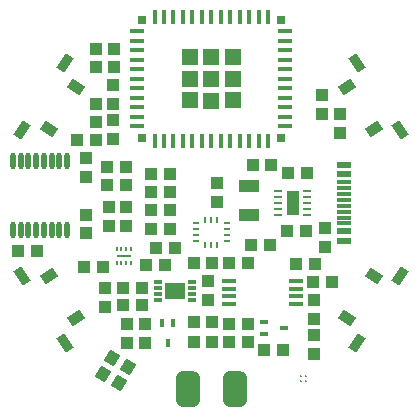
<source format=gbr>
%TF.GenerationSoftware,Altium Limited,Altium Designer,22.4.2 (48)*%
G04 Layer_Color=8421504*
%FSLAX26Y26*%
%MOIN*%
%TF.SameCoordinates,EEB37D52-3F05-4F2D-94FA-AFEEE7D9EDB4*%
%TF.FilePolarity,Positive*%
%TF.FileFunction,Paste,Top*%
%TF.Part,Single*%
G01*
G75*
%TA.AperFunction,SMDPad,CuDef*%
%ADD10R,0.031496X0.031496*%
%TA.AperFunction,ConnectorPad*%
%ADD12R,0.047244X0.017716*%
%ADD13R,0.017716X0.047244*%
%TA.AperFunction,SMDPad,CuDef*%
G04:AMPARAMS|DCode=14|XSize=43.307mil|YSize=39.37mil|CornerRadius=2.953mil|HoleSize=0mil|Usage=FLASHONLY|Rotation=180.000|XOffset=0mil|YOffset=0mil|HoleType=Round|Shape=RoundedRectangle|*
%AMROUNDEDRECTD14*
21,1,0.043307,0.033465,0,0,180.0*
21,1,0.037401,0.039370,0,0,180.0*
1,1,0.005906,-0.018701,0.016732*
1,1,0.005906,0.018701,0.016732*
1,1,0.005906,0.018701,-0.016732*
1,1,0.005906,-0.018701,-0.016732*
%
%ADD14ROUNDEDRECTD14*%
%ADD15R,0.031496X0.009842*%
%ADD16R,0.041339X0.084646*%
%ADD17R,0.051181X0.007874*%
%ADD18R,0.007874X0.015748*%
G04:AMPARAMS|DCode=19|XSize=15.748mil|YSize=47.244mil|CornerRadius=1.968mil|HoleSize=0mil|Usage=FLASHONLY|Rotation=90.000|XOffset=0mil|YOffset=0mil|HoleType=Round|Shape=RoundedRectangle|*
%AMROUNDEDRECTD19*
21,1,0.015748,0.043307,0,0,90.0*
21,1,0.011811,0.047244,0,0,90.0*
1,1,0.003937,0.021654,0.005906*
1,1,0.003937,0.021654,-0.005906*
1,1,0.003937,-0.021654,-0.005906*
1,1,0.003937,-0.021654,0.005906*
%
%ADD19ROUNDEDRECTD19*%
G04:AMPARAMS|DCode=20|XSize=43.307mil|YSize=39.37mil|CornerRadius=2.953mil|HoleSize=0mil|Usage=FLASHONLY|Rotation=90.000|XOffset=0mil|YOffset=0mil|HoleType=Round|Shape=RoundedRectangle|*
%AMROUNDEDRECTD20*
21,1,0.043307,0.033465,0,0,90.0*
21,1,0.037401,0.039370,0,0,90.0*
1,1,0.005906,0.016732,0.018701*
1,1,0.005906,0.016732,-0.018701*
1,1,0.005906,-0.016732,-0.018701*
1,1,0.005906,-0.016732,0.018701*
%
%ADD20ROUNDEDRECTD20*%
%ADD21O,0.017716X0.055118*%
G04:AMPARAMS|DCode=22|XSize=78.74mil|YSize=118.11mil|CornerRadius=19.685mil|HoleSize=0mil|Usage=FLASHONLY|Rotation=0.000|XOffset=0mil|YOffset=0mil|HoleType=Round|Shape=RoundedRectangle|*
%AMROUNDEDRECTD22*
21,1,0.078740,0.078740,0,0,0.0*
21,1,0.039370,0.118110,0,0,0.0*
1,1,0.039370,0.019685,-0.039370*
1,1,0.039370,-0.019685,-0.039370*
1,1,0.039370,-0.019685,0.039370*
1,1,0.039370,0.019685,0.039370*
%
%ADD22ROUNDEDRECTD22*%
G04:AMPARAMS|DCode=23|XSize=43.307mil|YSize=39.37mil|CornerRadius=3.937mil|HoleSize=0mil|Usage=FLASHONLY|Rotation=90.000|XOffset=0mil|YOffset=0mil|HoleType=Round|Shape=RoundedRectangle|*
%AMROUNDEDRECTD23*
21,1,0.043307,0.031496,0,0,90.0*
21,1,0.035433,0.039370,0,0,90.0*
1,1,0.007874,0.015748,0.017717*
1,1,0.007874,0.015748,-0.017717*
1,1,0.007874,-0.015748,-0.017717*
1,1,0.007874,-0.015748,0.017717*
%
%ADD23ROUNDEDRECTD23*%
%TA.AperFunction,ConnectorPad*%
%ADD24R,0.045276X0.011811*%
%ADD25R,0.045276X0.023622*%
%TA.AperFunction,SMDPad,CuDef*%
G04:AMPARAMS|DCode=26|XSize=31.496mil|YSize=57.087mil|CornerRadius=0mil|HoleSize=0mil|Usage=FLASHONLY|Rotation=213.000|XOffset=0mil|YOffset=0mil|HoleType=Round|Shape=Rectangle|*
%AMROTATEDRECTD26*
4,1,4,-0.002338,0.032516,0.028753,-0.015361,0.002338,-0.032516,-0.028753,0.015361,-0.002338,0.032516,0.0*
%
%ADD26ROTATEDRECTD26*%

G04:AMPARAMS|DCode=27|XSize=35.433mil|YSize=50mil|CornerRadius=0mil|HoleSize=0mil|Usage=FLASHONLY|Rotation=123.000|XOffset=0mil|YOffset=0mil|HoleType=Round|Shape=Rectangle|*
%AMROTATEDRECTD27*
4,1,4,0.030616,-0.001242,-0.011318,-0.028474,-0.030616,0.001242,0.011318,0.028474,0.030616,-0.001242,0.0*
%
%ADD27ROTATEDRECTD27*%

%ADD28R,0.070866X0.039370*%
G04:AMPARAMS|DCode=29|XSize=43.307mil|YSize=39.37mil|CornerRadius=3.937mil|HoleSize=0mil|Usage=FLASHONLY|Rotation=180.000|XOffset=0mil|YOffset=0mil|HoleType=Round|Shape=RoundedRectangle|*
%AMROUNDEDRECTD29*
21,1,0.043307,0.031496,0,0,180.0*
21,1,0.035433,0.039370,0,0,180.0*
1,1,0.007874,-0.017717,0.015748*
1,1,0.007874,0.017717,0.015748*
1,1,0.007874,0.017717,-0.015748*
1,1,0.007874,-0.017717,-0.015748*
%
%ADD29ROUNDEDRECTD29*%
%ADD30R,0.023622X0.009842*%
%ADD31R,0.009842X0.023622*%
%ADD32R,0.068898X0.057087*%
%ADD33R,0.029528X0.011811*%
%ADD34R,0.031496X0.015748*%
%ADD35R,0.015748X0.031496*%
G04:AMPARAMS|DCode=36|XSize=35.433mil|YSize=50mil|CornerRadius=0mil|HoleSize=0mil|Usage=FLASHONLY|Rotation=57.000|XOffset=0mil|YOffset=0mil|HoleType=Round|Shape=Rectangle|*
%AMROTATEDRECTD36*
4,1,4,0.011318,-0.028474,-0.030616,-0.001242,-0.011318,0.028474,0.030616,0.001242,0.011318,-0.028474,0.0*
%
%ADD36ROTATEDRECTD36*%

G04:AMPARAMS|DCode=37|XSize=31.496mil|YSize=57.087mil|CornerRadius=0mil|HoleSize=0mil|Usage=FLASHONLY|Rotation=147.000|XOffset=0mil|YOffset=0mil|HoleType=Round|Shape=Rectangle|*
%AMROTATEDRECTD37*
4,1,4,0.028753,0.015361,-0.002338,-0.032516,-0.028753,-0.015361,0.002338,0.032516,0.028753,0.015361,0.0*
%
%ADD37ROTATEDRECTD37*%

%ADD38C,0.006693*%
%TA.AperFunction,ConnectorPad*%
G04:AMPARAMS|DCode=39|XSize=31.496mil|YSize=57.087mil|CornerRadius=0mil|HoleSize=0mil|Usage=FLASHONLY|Rotation=33.000|XOffset=0mil|YOffset=0mil|HoleType=Round|Shape=Rectangle|*
%AMROTATEDRECTD39*
4,1,4,0.002338,-0.032516,-0.028753,0.015361,-0.002338,0.032516,0.028753,-0.015361,0.002338,-0.032516,0.0*
%
%ADD39ROTATEDRECTD39*%

G04:AMPARAMS|DCode=40|XSize=35.433mil|YSize=50mil|CornerRadius=0mil|HoleSize=0mil|Usage=FLASHONLY|Rotation=303.000|XOffset=0mil|YOffset=0mil|HoleType=Round|Shape=Rectangle|*
%AMROTATEDRECTD40*
4,1,4,-0.030616,0.001242,0.011318,0.028474,0.030616,-0.001242,-0.011318,-0.028474,-0.030616,0.001242,0.0*
%
%ADD40ROTATEDRECTD40*%

%TA.AperFunction,SMDPad,CuDef*%
G04:AMPARAMS|DCode=41|XSize=43.307mil|YSize=39.37mil|CornerRadius=2.953mil|HoleSize=0mil|Usage=FLASHONLY|Rotation=60.000|XOffset=0mil|YOffset=0mil|HoleType=Round|Shape=RoundedRectangle|*
%AMROUNDEDRECTD41*
21,1,0.043307,0.033465,0,0,60.0*
21,1,0.037401,0.039370,0,0,60.0*
1,1,0.005906,0.023841,0.007829*
1,1,0.005906,0.005140,-0.024561*
1,1,0.005906,-0.023841,-0.007829*
1,1,0.005906,-0.005140,0.024561*
%
%ADD41ROUNDEDRECTD41*%
G04:AMPARAMS|DCode=42|XSize=43.307mil|YSize=39.37mil|CornerRadius=3.937mil|HoleSize=0mil|Usage=FLASHONLY|Rotation=60.000|XOffset=0mil|YOffset=0mil|HoleType=Round|Shape=RoundedRectangle|*
%AMROUNDEDRECTD42*
21,1,0.043307,0.031496,0,0,60.0*
21,1,0.035433,0.039370,0,0,60.0*
1,1,0.007874,0.022497,0.007469*
1,1,0.007874,0.004780,-0.023217*
1,1,0.007874,-0.022497,-0.007469*
1,1,0.007874,-0.004780,0.023217*
%
%ADD42ROUNDEDRECTD42*%
%TA.AperFunction,ConnectorPad*%
G04:AMPARAMS|DCode=43|XSize=35.433mil|YSize=50mil|CornerRadius=0mil|HoleSize=0mil|Usage=FLASHONLY|Rotation=237.000|XOffset=0mil|YOffset=0mil|HoleType=Round|Shape=Rectangle|*
%AMROTATEDRECTD43*
4,1,4,-0.011318,0.028474,0.030616,0.001242,0.011318,-0.028474,-0.030616,-0.001242,-0.011318,0.028474,0.0*
%
%ADD43ROTATEDRECTD43*%

G04:AMPARAMS|DCode=44|XSize=31.496mil|YSize=57.087mil|CornerRadius=0mil|HoleSize=0mil|Usage=FLASHONLY|Rotation=327.000|XOffset=0mil|YOffset=0mil|HoleType=Round|Shape=Rectangle|*
%AMROTATEDRECTD44*
4,1,4,-0.028753,-0.015361,0.002338,0.032516,0.028753,0.015361,-0.002338,-0.032516,-0.028753,-0.015361,0.0*
%
%ADD44ROTATEDRECTD44*%

%TA.AperFunction,OtherPad,Free Pad (-70.866mil,342.52mil)*%
%ADD103R,0.057087X0.057087*%
%TA.AperFunction,OtherPad,Free Pad (-70.866mil,484.252mil)*%
%ADD104R,0.057087X0.057087*%
%TA.AperFunction,OtherPad,Free Pad (70.866mil,484.252mil)*%
%ADD105R,0.057087X0.057087*%
%TA.AperFunction,OtherPad,Free Pad (70.866mil,342.52mil)*%
%ADD106R,0.057087X0.057087*%
%TA.AperFunction,OtherPad,Free Pad (0.314mil,340.152mil)*%
%ADD107R,0.057087X0.057087*%
%TA.AperFunction,OtherPad,Free Pad (0mil,484.252mil)*%
%ADD108R,0.057087X0.057087*%
%TA.AperFunction,OtherPad,Free Pad (-70.866mil,413.386mil)*%
%ADD109R,0.057087X0.057087*%
%TA.AperFunction,OtherPad,Free Pad (70.866mil,413.386mil)*%
%ADD110R,0.057087X0.057087*%
%TA.AperFunction,OtherPad,Free Pad (0mil,413.386mil)*%
%ADD111R,0.057087X0.057087*%
D10*
X232284Y610236D02*
D03*
X-232284Y216535D02*
D03*
Y610236D02*
D03*
X232284Y216535D02*
D03*
D12*
X-246063Y570866D02*
D03*
Y539370D02*
D03*
Y507874D02*
D03*
Y476378D02*
D03*
Y444882D02*
D03*
Y413386D02*
D03*
Y381890D02*
D03*
Y350394D02*
D03*
Y318898D02*
D03*
Y287401D02*
D03*
Y255905D02*
D03*
X246063Y570866D02*
D03*
Y539370D02*
D03*
Y507874D02*
D03*
Y476378D02*
D03*
Y444882D02*
D03*
Y413386D02*
D03*
Y381890D02*
D03*
Y350394D02*
D03*
Y318898D02*
D03*
Y287401D02*
D03*
Y255905D02*
D03*
D13*
X-188976Y620079D02*
D03*
X-157480D02*
D03*
X-125984D02*
D03*
X-94488D02*
D03*
X-62992D02*
D03*
X-31496D02*
D03*
X0D02*
D03*
X31496D02*
D03*
X62992D02*
D03*
X94488D02*
D03*
X125984D02*
D03*
X157480D02*
D03*
X188976D02*
D03*
Y206693D02*
D03*
X157480D02*
D03*
X125984D02*
D03*
X94488D02*
D03*
X62992D02*
D03*
X31496D02*
D03*
X0D02*
D03*
X-31496D02*
D03*
X-62992D02*
D03*
X-94488D02*
D03*
X-125984D02*
D03*
X-157480D02*
D03*
X-188976D02*
D03*
D14*
X-9944Y-323001D02*
D03*
Y-260009D02*
D03*
X-279528Y-466535D02*
D03*
Y-403543D02*
D03*
X378000Y-84504D02*
D03*
Y-147496D02*
D03*
X19685Y3937D02*
D03*
Y66929D02*
D03*
X370079Y358268D02*
D03*
Y295276D02*
D03*
X429134Y232284D02*
D03*
Y295276D02*
D03*
X-326772Y275591D02*
D03*
Y212598D02*
D03*
X-385827Y330709D02*
D03*
Y267716D02*
D03*
X-342520Y-78740D02*
D03*
Y-15748D02*
D03*
X-354331Y-283465D02*
D03*
Y-346457D02*
D03*
X-220472Y-403543D02*
D03*
Y-466535D02*
D03*
X342520Y-503937D02*
D03*
Y-440945D02*
D03*
D15*
X222638Y39370D02*
D03*
Y19685D02*
D03*
Y0D02*
D03*
Y-19685D02*
D03*
Y-39370D02*
D03*
X320669Y39370D02*
D03*
Y19685D02*
D03*
Y0D02*
D03*
Y-19685D02*
D03*
Y-39370D02*
D03*
D16*
X271654Y0D02*
D03*
D17*
X-291339Y-177165D02*
D03*
D18*
X-267717Y-154134D02*
D03*
X-283465D02*
D03*
X-299213D02*
D03*
X-314961D02*
D03*
X-267717Y-200197D02*
D03*
X-283465D02*
D03*
X-299213D02*
D03*
X-314961D02*
D03*
D19*
X283464Y-337599D02*
D03*
Y-312008D02*
D03*
Y-286417D02*
D03*
Y-260827D02*
D03*
X59055Y-337599D02*
D03*
Y-312008D02*
D03*
Y-286417D02*
D03*
Y-260827D02*
D03*
D20*
X-580551Y-161417D02*
D03*
X-643543D02*
D03*
X59055Y-200787D02*
D03*
X122047D02*
D03*
X251969Y-94488D02*
D03*
X314961D02*
D03*
X200787Y125984D02*
D03*
X137795D02*
D03*
X-322835Y452756D02*
D03*
X-385827D02*
D03*
X-283465Y118110D02*
D03*
X-346457D02*
D03*
X-448819Y208661D02*
D03*
X-385827D02*
D03*
X-283465Y59055D02*
D03*
X-346457D02*
D03*
X-185039Y-149606D02*
D03*
X-122047D02*
D03*
X-425197Y-212598D02*
D03*
X-362205D02*
D03*
X122047Y-405512D02*
D03*
X59055D02*
D03*
X-59055Y-397638D02*
D03*
X3937D02*
D03*
X59055Y-464567D02*
D03*
X122047D02*
D03*
D21*
X-660433Y-92520D02*
D03*
X-634842D02*
D03*
X-609252D02*
D03*
X-583661D02*
D03*
X-558071D02*
D03*
X-532480D02*
D03*
X-506890D02*
D03*
X-481299D02*
D03*
X-660433Y139764D02*
D03*
X-634842D02*
D03*
X-609252D02*
D03*
X-583661D02*
D03*
X-558071D02*
D03*
X-532480D02*
D03*
X-506890D02*
D03*
X-481299D02*
D03*
D22*
X-78740Y-622047D02*
D03*
X78740D02*
D03*
D23*
X3937Y-200787D02*
D03*
X-59055D02*
D03*
X196850Y-141732D02*
D03*
X133858D02*
D03*
X318898Y98425D02*
D03*
X255906D02*
D03*
X-322835Y511811D02*
D03*
X-385827D02*
D03*
X-200787Y35433D02*
D03*
X-137795D02*
D03*
Y-23622D02*
D03*
X-200787D02*
D03*
Y-86614D02*
D03*
X-137795D02*
D03*
Y94488D02*
D03*
X-200787D02*
D03*
X-153543Y-208661D02*
D03*
X-216536D02*
D03*
X-232283Y-283465D02*
D03*
X-295276D02*
D03*
Y-342520D02*
D03*
X-232283D02*
D03*
X-59055Y-464567D02*
D03*
X3937D02*
D03*
X177165Y-492126D02*
D03*
X240157D02*
D03*
X346457Y-204724D02*
D03*
X283464D02*
D03*
X340327Y-263589D02*
D03*
X403319D02*
D03*
D24*
X442717Y-49213D02*
D03*
Y-29528D02*
D03*
Y68898D02*
D03*
Y49213D02*
D03*
Y29528D02*
D03*
Y-9842D02*
D03*
Y9842D02*
D03*
Y-68898D02*
D03*
D25*
Y94488D02*
D03*
Y125984D02*
D03*
Y-94488D02*
D03*
Y-125984D02*
D03*
D26*
X485935Y466817D02*
D03*
X630671Y243942D02*
D03*
D27*
X451034Y384300D02*
D03*
X541092Y245622D02*
D03*
D28*
X125984Y-41339D02*
D03*
Y57087D02*
D03*
D29*
X-419134Y149606D02*
D03*
Y86614D02*
D03*
X-326772Y330709D02*
D03*
Y393701D02*
D03*
X-283465Y-78740D02*
D03*
Y-15748D02*
D03*
X-419134Y-39370D02*
D03*
Y-102362D02*
D03*
X341773Y-323026D02*
D03*
Y-386018D02*
D03*
D30*
X-51181Y-68898D02*
D03*
Y-88583D02*
D03*
Y-108268D02*
D03*
Y-127953D02*
D03*
X51181D02*
D03*
Y-108268D02*
D03*
Y-88583D02*
D03*
Y-68898D02*
D03*
D31*
X-19685Y-139764D02*
D03*
X0D02*
D03*
X19685D02*
D03*
Y-57087D02*
D03*
X0D02*
D03*
X-19685D02*
D03*
D32*
X-122047Y-295276D02*
D03*
D33*
X-179134Y-265748D02*
D03*
Y-285433D02*
D03*
Y-305118D02*
D03*
Y-324803D02*
D03*
X-64961Y-265748D02*
D03*
Y-285433D02*
D03*
Y-305118D02*
D03*
Y-324803D02*
D03*
D34*
X242126Y-417323D02*
D03*
X175197Y-437008D02*
D03*
Y-397638D02*
D03*
D35*
X-145669Y-468504D02*
D03*
X-165354Y-401575D02*
D03*
X-125984D02*
D03*
D36*
X451034Y-384300D02*
D03*
X541092Y-245622D02*
D03*
D37*
X485935Y-466817D02*
D03*
X630671Y-243942D02*
D03*
D38*
X314961Y-578740D02*
D03*
Y-594488D02*
D03*
X299213Y-578740D02*
D03*
Y-594488D02*
D03*
D39*
X-485935Y-466817D02*
D03*
X-630671Y-243942D02*
D03*
D40*
X-451034Y-384300D02*
D03*
X-541092Y-245622D02*
D03*
D41*
X-277273Y-548827D02*
D03*
X-331825Y-517331D02*
D03*
D42*
X-307369Y-602362D02*
D03*
X-361922Y-570866D02*
D03*
D43*
X-451034Y384300D02*
D03*
X-541092Y245622D02*
D03*
D44*
X-485935Y466817D02*
D03*
X-630671Y243942D02*
D03*
D103*
X-70866Y342520D02*
D03*
D104*
Y484252D02*
D03*
D105*
X70866D02*
D03*
D106*
Y342520D02*
D03*
D107*
X314Y340152D02*
D03*
D108*
X0Y484252D02*
D03*
D109*
X-70866Y413386D02*
D03*
D110*
X70866D02*
D03*
D111*
X0D02*
D03*
%TF.MD5,11da4d6da102369d2456702ffe8b2bd9*%
M02*

</source>
